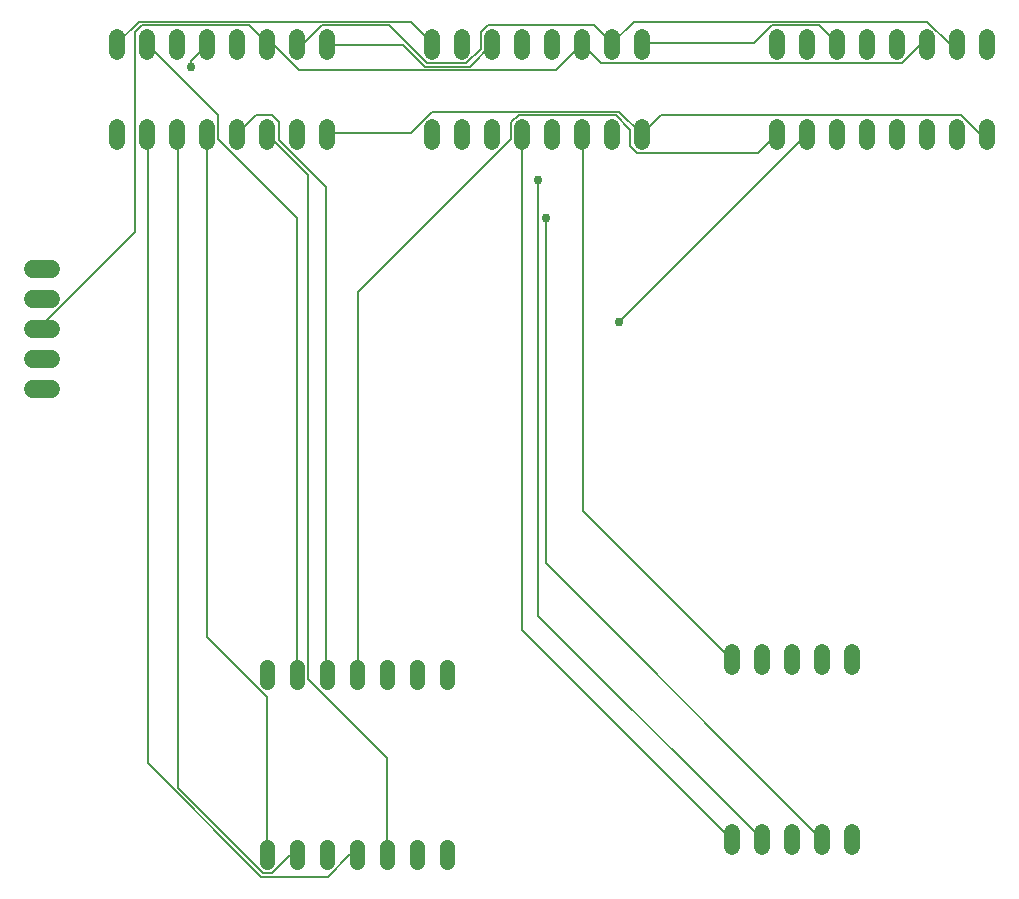
<source format=gbr>
G04 EAGLE Gerber RS-274X export*
G75*
%MOMM*%
%FSLAX34Y34*%
%LPD*%
%INTop Copper*%
%IPPOS*%
%AMOC8*
5,1,8,0,0,1.08239X$1,22.5*%
G01*
%ADD10C,1.320800*%
%ADD11C,1.524000*%
%ADD12C,1.308000*%
%ADD13C,0.152400*%
%ADD14C,0.756400*%


D10*
X635000Y56896D02*
X635000Y70104D01*
X660400Y70104D02*
X660400Y56896D01*
X685800Y56896D02*
X685800Y70104D01*
X711200Y70104D02*
X711200Y56896D01*
X736600Y56896D02*
X736600Y70104D01*
X736600Y209296D02*
X736600Y222504D01*
X711200Y222504D02*
X711200Y209296D01*
X685800Y209296D02*
X685800Y222504D01*
X660400Y222504D02*
X660400Y209296D01*
X635000Y209296D02*
X635000Y222504D01*
X381000Y653796D02*
X381000Y667004D01*
X406400Y667004D02*
X406400Y653796D01*
X533400Y653796D02*
X533400Y667004D01*
X558800Y667004D02*
X558800Y653796D01*
X431800Y653796D02*
X431800Y667004D01*
X457200Y667004D02*
X457200Y653796D01*
X508000Y653796D02*
X508000Y667004D01*
X482600Y667004D02*
X482600Y653796D01*
X558800Y729996D02*
X558800Y743204D01*
X533400Y743204D02*
X533400Y729996D01*
X508000Y729996D02*
X508000Y743204D01*
X482600Y743204D02*
X482600Y729996D01*
X457200Y729996D02*
X457200Y743204D01*
X431800Y743204D02*
X431800Y729996D01*
X406400Y729996D02*
X406400Y743204D01*
X381000Y743204D02*
X381000Y729996D01*
X114300Y667004D02*
X114300Y653796D01*
X139700Y653796D02*
X139700Y667004D01*
X266700Y667004D02*
X266700Y653796D01*
X292100Y653796D02*
X292100Y667004D01*
X165100Y667004D02*
X165100Y653796D01*
X190500Y653796D02*
X190500Y667004D01*
X241300Y667004D02*
X241300Y653796D01*
X215900Y653796D02*
X215900Y667004D01*
X292100Y729996D02*
X292100Y743204D01*
X266700Y743204D02*
X266700Y729996D01*
X241300Y729996D02*
X241300Y743204D01*
X215900Y743204D02*
X215900Y729996D01*
X190500Y729996D02*
X190500Y743204D01*
X165100Y743204D02*
X165100Y729996D01*
X139700Y729996D02*
X139700Y743204D01*
X114300Y743204D02*
X114300Y729996D01*
X673100Y667004D02*
X673100Y653796D01*
X698500Y653796D02*
X698500Y667004D01*
X825500Y667004D02*
X825500Y653796D01*
X850900Y653796D02*
X850900Y667004D01*
X723900Y667004D02*
X723900Y653796D01*
X749300Y653796D02*
X749300Y667004D01*
X800100Y667004D02*
X800100Y653796D01*
X774700Y653796D02*
X774700Y667004D01*
X850900Y729996D02*
X850900Y743204D01*
X825500Y743204D02*
X825500Y729996D01*
X800100Y729996D02*
X800100Y743204D01*
X774700Y743204D02*
X774700Y729996D01*
X749300Y729996D02*
X749300Y743204D01*
X723900Y743204D02*
X723900Y729996D01*
X698500Y729996D02*
X698500Y743204D01*
X673100Y743204D02*
X673100Y729996D01*
D11*
X58420Y444500D02*
X43180Y444500D01*
X43180Y469900D02*
X58420Y469900D01*
X58420Y495300D02*
X43180Y495300D01*
X43180Y520700D02*
X58420Y520700D01*
X58420Y546100D02*
X43180Y546100D01*
D12*
X241300Y57340D02*
X241300Y44260D01*
X266700Y44260D02*
X266700Y57340D01*
X292100Y57340D02*
X292100Y44260D01*
X317500Y44260D02*
X317500Y57340D01*
X342900Y57340D02*
X342900Y44260D01*
X368300Y44260D02*
X368300Y57340D01*
X393700Y57340D02*
X393700Y44260D01*
X393700Y196660D02*
X393700Y209740D01*
X368300Y209740D02*
X368300Y196660D01*
X342900Y196660D02*
X342900Y209740D01*
X317500Y209740D02*
X317500Y196660D01*
X292100Y196660D02*
X292100Y209740D01*
X266700Y209740D02*
X266700Y196660D01*
X241300Y196660D02*
X241300Y209740D01*
D13*
X292608Y661416D02*
X362712Y661416D01*
X381000Y679704D01*
X539496Y679704D01*
X558800Y660400D01*
X292608Y661416D02*
X292100Y660400D01*
X844296Y661416D02*
X850392Y661416D01*
X844296Y661416D02*
X829056Y676656D01*
X574548Y676656D01*
X559308Y661416D01*
X850392Y661416D02*
X850900Y660400D01*
X559308Y661416D02*
X558800Y660400D01*
X132588Y755904D02*
X114300Y737616D01*
X132588Y755904D02*
X362712Y755904D01*
X381000Y737616D01*
X114300Y737616D02*
X114300Y736600D01*
X381000Y736600D02*
X381000Y737616D01*
X266700Y589788D02*
X266700Y203200D01*
X266700Y589788D02*
X199644Y656844D01*
X199644Y676656D01*
X139700Y736600D01*
X310896Y50292D02*
X316992Y50292D01*
X310896Y50292D02*
X292608Y32004D01*
X236220Y32004D01*
X140208Y128016D01*
X140208Y659892D01*
X317500Y50800D02*
X316992Y50292D01*
X140208Y659892D02*
X139700Y660400D01*
X260604Y50292D02*
X266700Y50292D01*
X260604Y50292D02*
X245364Y35052D01*
X237744Y35052D01*
X166116Y106680D01*
X166116Y659892D01*
X266700Y50800D02*
X266700Y50292D01*
X166116Y659892D02*
X165100Y660400D01*
X240792Y184404D02*
X240792Y51816D01*
X240792Y184404D02*
X190500Y234696D01*
X190500Y660400D01*
X240792Y51816D02*
X241300Y50800D01*
X291084Y204216D02*
X291084Y615696D01*
X251460Y655320D01*
X251460Y670560D01*
X245364Y676656D01*
X231648Y676656D01*
X216408Y661416D01*
X291084Y204216D02*
X292100Y203200D01*
X215900Y660400D02*
X216408Y661416D01*
X342900Y132588D02*
X342900Y50800D01*
X342900Y132588D02*
X275844Y199644D01*
X275844Y626364D01*
X242316Y659892D01*
X241300Y660400D01*
X477012Y589788D02*
X477012Y297180D01*
X710184Y64008D01*
X711200Y63500D01*
D14*
X477012Y589788D03*
D13*
X470916Y621792D02*
X470916Y252984D01*
X660400Y63500D01*
D14*
X470916Y621792D03*
D13*
X457200Y660400D02*
X457200Y240792D01*
X633984Y64008D01*
X635000Y63500D01*
X509016Y341376D02*
X509016Y659892D01*
X509016Y341376D02*
X633984Y216408D01*
X509016Y659892D02*
X508000Y660400D01*
X633984Y216408D02*
X635000Y215900D01*
X318516Y204216D02*
X318516Y527304D01*
X448056Y656844D01*
X448056Y670560D01*
X454152Y676656D01*
X536448Y676656D01*
X548640Y664464D01*
X548640Y650748D01*
X554736Y644652D01*
X656844Y644652D01*
X672084Y659892D01*
X318516Y204216D02*
X317500Y203200D01*
X672084Y659892D02*
X673100Y660400D01*
X698500Y660400D02*
X539496Y501396D01*
D14*
X539496Y501396D03*
D13*
X176784Y717804D02*
X176784Y722376D01*
X190500Y736092D01*
X190500Y736600D01*
D14*
X176784Y717804D03*
D13*
X242316Y736092D02*
X246888Y736092D01*
X268224Y714756D01*
X486156Y714756D01*
X508000Y736600D01*
X242316Y736092D02*
X241300Y736600D01*
X794004Y736092D02*
X800100Y736092D01*
X794004Y736092D02*
X778764Y720852D01*
X524256Y720852D01*
X509016Y736092D01*
X800100Y736092D02*
X800100Y736600D01*
X509016Y736092D02*
X508000Y736600D01*
X51816Y499872D02*
X51816Y495300D01*
X51816Y499872D02*
X129540Y577596D01*
X129540Y746760D01*
X135636Y752856D01*
X225552Y752856D01*
X240792Y737616D01*
X51816Y495300D02*
X50800Y495300D01*
X241300Y736600D02*
X240792Y737616D01*
X292608Y736092D02*
X356616Y736092D01*
X374904Y717804D01*
X413004Y717804D01*
X431800Y736600D01*
X292608Y736092D02*
X292100Y736600D01*
X559308Y737616D02*
X653796Y737616D01*
X669036Y752856D01*
X708660Y752856D01*
X723900Y737616D01*
X559308Y737616D02*
X558800Y736600D01*
X723900Y736600D02*
X723900Y737616D01*
X272796Y737616D02*
X266700Y737616D01*
X272796Y737616D02*
X288036Y752856D01*
X344424Y752856D01*
X376428Y720852D01*
X409956Y720852D01*
X422148Y733044D01*
X422148Y746760D01*
X428244Y752856D01*
X518160Y752856D01*
X533400Y737616D01*
X266700Y737616D02*
X266700Y736600D01*
X818388Y737616D02*
X824484Y737616D01*
X818388Y737616D02*
X800100Y755904D01*
X551688Y755904D01*
X533400Y737616D01*
X824484Y737616D02*
X825500Y736600D01*
X533400Y736600D02*
X533400Y737616D01*
M02*

</source>
